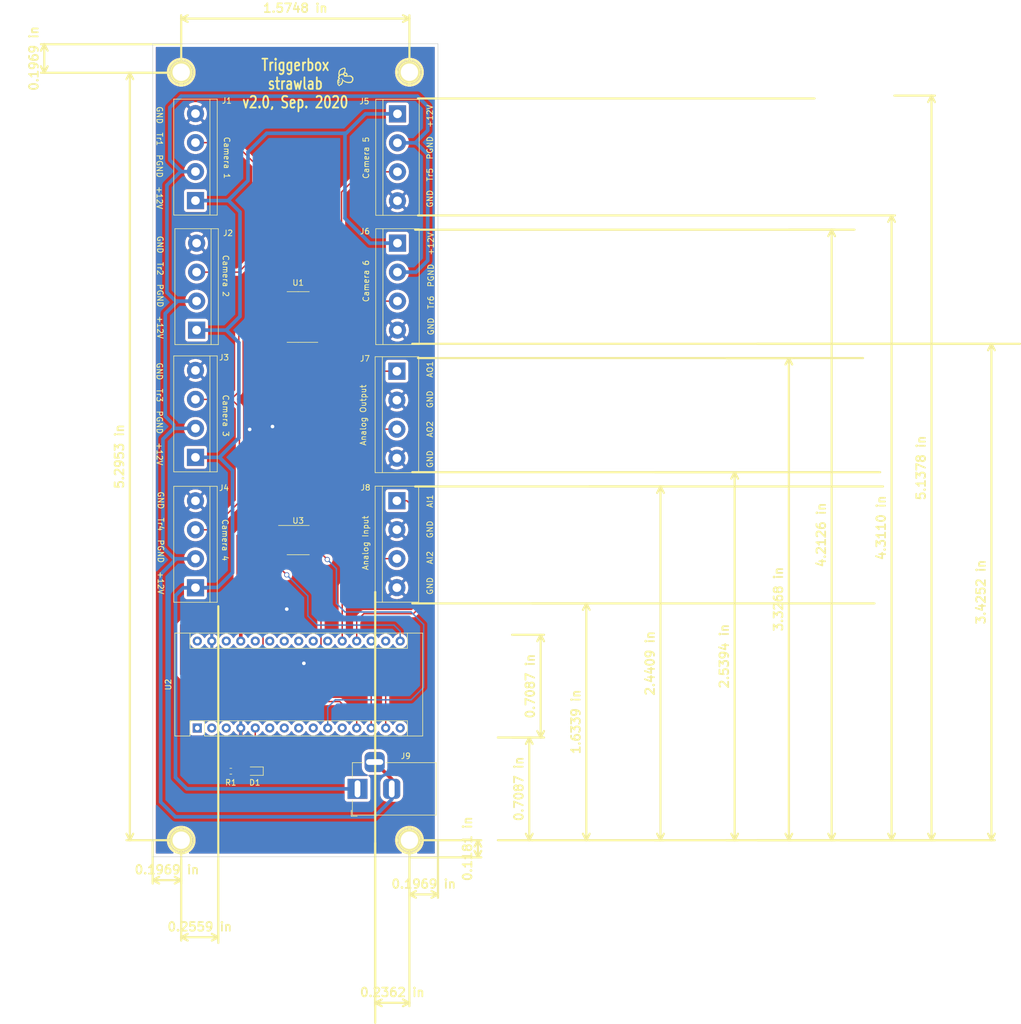
<source format=kicad_pcb>
(kicad_pcb (version 20171130) (host pcbnew "(5.1.4)-1")
  (title_block (date "2 dec 2013"))
  (layers (0 Front signal) (31 Back signal) (34 B.Paste user) (35 F.Paste user) (36 B.SilkS user) (37 F.SilkS user) (38 B.Mask user) (39 F.Mask user) (44 Edge.Cuts user))
  (net 0 "")
  (net 1 GND)
  (net 2 +12V)
  (net 3 GNDPWR)
  (net 4 Tr1)
  (net 5 Tr2)
  (net 6 Tr3)
  (net 7 Tr4)
  (net 8 AO1)
  (net 9 AO2)
  (net 10 AI2)
  (net 11 AI1)
  (net 12 Trig)
  (net 13 +5V)
  (net 14 "Net-(U2-Pad1)")
  (net 15 "Net-(U2-Pad17)")
  (net 16 "Net-(U2-Pad2)")
  (net 17 "Net-(U2-Pad18)")
  (net 18 "Net-(U2-Pad3)")
  (net 19 "Net-(D1-Pad1)")
  (net 20 "Net-(U2-Pad21)")
  (net 21 "Net-(U2-Pad6)")
  (net 22 "Net-(U2-Pad22)")
  (net 23 "Net-(U2-Pad7)")
  (net 24 "Net-(U2-Pad23)")
  (net 25 "Net-(U2-Pad8)")
  (net 26 "Net-(U2-Pad24)")
  (net 27 "Net-(U2-Pad9)")
  (net 28 "Net-(U2-Pad25)")
  (net 29 LDAC)
  (net 30 "Net-(U2-Pad26)")
  (net 31 "Net-(U2-Pad11)")
  (net 32 "Net-(U2-Pad28)")
  (net 33 CS)
  (net 34 SDI)
  (net 35 "Net-(U2-Pad30)")
  (net 36 "Net-(U2-Pad15)")
  (net 37 SCK)
  (net 38 "Net-(D1-Pad2)")
  (module Straw_lab:stawlab_logo1 (layer Front) (at 81 30)
    (fp_text reference G*** hide)
    (fp_text value LOGO hide)
  )
  (module Module:Arduino_Nano (layer Front) (at 54.82 144.34 90)
    (fp_text reference U2 (at 7.62 -5.08 90) (layer F.SilkS))
    (fp_text value ARDUINO_NANO)
    (pad 1 thru_hole rect (at 0 0 90) (size 1.6 1.6) (drill 0.8) (layers *.Cu *.Mask) (net 14 "Net-(U2-Pad1)"))
    (pad 17 thru_hole oval (at 15.24 33.02 90) (size 1.6 1.6) (drill 0.8) (layers *.Cu *.Mask) (net 15 "Net-(U2-Pad17)"))
    (pad 2 thru_hole oval (at 0 2.54 90) (size 1.6 1.6) (drill 0.8) (layers *.Cu *.Mask) (net 16 "Net-(U2-Pad2)"))
    (pad 18 thru_hole oval (at 15.24 30.48 90) (size 1.6 1.6) (drill 0.8) (layers *.Cu *.Mask) (net 17 "Net-(U2-Pad18)"))
    (pad 3 thru_hole oval (at 0 5.08 90) (size 1.6 1.6) (drill 0.8) (layers *.Cu *.Mask) (net 18 "Net-(U2-Pad3)"))
    (pad 19 thru_hole oval (at 15.24 27.94 90) (size 1.6 1.6) (drill 0.8) (layers *.Cu *.Mask) (net 11 AI1))
    (pad 4 thru_hole oval (at 0 7.62 90) (size 1.6 1.6) (drill 0.8) (layers *.Cu *.Mask) (net 1 GND))
    (pad 20 thru_hole oval (at 15.24 25.4 90) (size 1.6 1.6) (drill 0.8) (layers *.Cu *.Mask) (net 10 AI2))
    (pad 5 thru_hole oval (at 0 10.16 90) (size 1.6 1.6) (drill 0.8) (layers *.Cu *.Mask) (net 19 "Net-(D1-Pad1)"))
    (pad 21 thru_hole oval (at 15.24 22.86 90) (size 1.6 1.6) (drill 0.8) (layers *.Cu *.Mask) (net 20 "Net-(U2-Pad21)"))
    (pad 6 thru_hole oval (at 0 12.7 90) (size 1.6 1.6) (drill 0.8) (layers *.Cu *.Mask) (net 21 "Net-(U2-Pad6)"))
    (pad 22 thru_hole oval (at 15.24 20.32 90) (size 1.6 1.6) (drill 0.8) (layers *.Cu *.Mask) (net 22 "Net-(U2-Pad22)"))
    (pad 7 thru_hole oval (at 0 15.24 90) (size 1.6 1.6) (drill 0.8) (layers *.Cu *.Mask) (net 23 "Net-(U2-Pad7)"))
    (pad 23 thru_hole oval (at 15.24 17.78 90) (size 1.6 1.6) (drill 0.8) (layers *.Cu *.Mask) (net 24 "Net-(U2-Pad23)"))
    (pad 8 thru_hole oval (at 0 17.78 90) (size 1.6 1.6) (drill 0.8) (layers *.Cu *.Mask) (net 25 "Net-(U2-Pad8)"))
    (pad 24 thru_hole oval (at 15.24 15.24 90) (size 1.6 1.6) (drill 0.8) (layers *.Cu *.Mask) (net 26 "Net-(U2-Pad24)"))
    (pad 9 thru_hole oval (at 0 20.32 90) (size 1.6 1.6) (drill 0.8) (layers *.Cu *.Mask) (net 27 "Net-(U2-Pad9)"))
    (pad 25 thru_hole oval (at 15.24 12.7 90) (size 1.6 1.6) (drill 0.8) (layers *.Cu *.Mask) (net 28 "Net-(U2-Pad25)"))
    (pad 10 thru_hole oval (at 0 22.86 90) (size 1.6 1.6) (drill 0.8) (layers *.Cu *.Mask) (net 29 LDAC))
    (pad 26 thru_hole oval (at 15.24 10.16 90) (size 1.6 1.6) (drill 0.8) (layers *.Cu *.Mask) (net 30 "Net-(U2-Pad26)"))
    (pad 11 thru_hole oval (at 0 25.4 90) (size 1.6 1.6) (drill 0.8) (layers *.Cu *.Mask) (net 31 "Net-(U2-Pad11)"))
    (pad 27 thru_hole oval (at 15.24 7.62 90) (size 1.6 1.6) (drill 0.8) (layers *.Cu *.Mask) (net 13 +5V))
    (pad 12 thru_hole oval (at 0 27.94 90) (size 1.6 1.6) (drill 0.8) (layers *.Cu *.Mask) (net 12 Trig))
    (pad 28 thru_hole oval (at 15.24 5.08 90) (size 1.6 1.6) (drill 0.8) (layers *.Cu *.Mask) (net 32 "Net-(U2-Pad28)"))
    (pad 13 thru_hole oval (at 0 30.48 90) (size 1.6 1.6) (drill 0.8) (layers *.Cu *.Mask) (net 33 CS))
    (pad 29 thru_hole oval (at 15.24 2.54 90) (size 1.6 1.6) (drill 0.8) (layers *.Cu *.Mask) (net 1 GND))
    (pad 14 thru_hole oval (at 0 33.02 90) (size 1.6 1.6) (drill 0.8) (layers *.Cu *.Mask) (net 34 SDI))
    (pad 30 thru_hole oval (at 15.24 0 90) (size 1.6 1.6) (drill 0.8) (layers *.Cu *.Mask) (net 35 "Net-(U2-Pad30)"))
    (pad 15 thru_hole oval (at 0 35.56 90) (size 1.6 1.6) (drill 0.8) (layers *.Cu *.Mask) (net 36 "Net-(U2-Pad15)"))
    (pad 16 thru_hole oval (at 15.24 35.56 90) (size 1.6 1.6) (drill 0.8) (layers *.Cu *.Mask) (net 37 SCK))
  )
  (module TerminalBlock:TerminalBlock_bornier-4_P5.08mm (layer Front) (at 89.8 104.5 270)
    (fp_text reference J8 (at -2.3 5.5 180) (layer F.SilkS))
    (fp_text value Analog_In)
    (pad 4 thru_hole circle (at 15.24 0 270) (size 3 3) (drill 1.52) (layers *.Cu *.Mask) (net 1 GND))
    (pad 1 thru_hole rect (at 0 0 270) (size 3 3) (drill 1.52) (layers *.Cu *.Mask) (net 11 AI1))
    (pad 3 thru_hole circle (at 10.16 0 270) (size 3 3) (drill 1.52) (layers *.Cu *.Mask) (net 10 AI2))
    (pad 2 thru_hole circle (at 5.08 0 270) (size 3 3) (drill 1.52) (layers *.Cu *.Mask) (net 1 GND))
  )
  (module TerminalBlock:TerminalBlock_bornier-4_P5.08mm (layer Front) (at 89.8 81.8 270)
    (fp_text reference J7 (at -2.2 5.6 180) (layer F.SilkS))
    (fp_text value Analog_Out)
    (pad 4 thru_hole circle (at 15.24 0 270) (size 3 3) (drill 1.52) (layers *.Cu *.Mask) (net 1 GND))
    (pad 1 thru_hole rect (at 0 0 270) (size 3 3) (drill 1.52) (layers *.Cu *.Mask) (net 8 AO1))
    (pad 3 thru_hole circle (at 10.16 0 270) (size 3 3) (drill 1.52) (layers *.Cu *.Mask) (net 9 AO2))
    (pad 2 thru_hole circle (at 5.08 0 270) (size 3 3) (drill 1.52) (layers *.Cu *.Mask) (net 1 GND))
  )
  (module TerminalBlock:TerminalBlock_bornier-4_P5.08mm (layer Front) (at 89.9 59.36 270)
    (fp_text reference J6 (at -2.06 5.7 180) (layer F.SilkS))
    (fp_text value Trigger6)
    (pad 4 thru_hole circle (at 15.24 0 270) (size 3 3) (drill 1.52) (layers *.Cu *.Mask) (net 1 GND))
    (pad 1 thru_hole rect (at 0 0 270) (size 3 3) (drill 1.52) (layers *.Cu *.Mask) (net 2 +12V))
    (pad 3 thru_hole circle (at 10.16 0 270) (size 3 3) (drill 1.52) (layers *.Cu *.Mask) (net 7 Tr4))
    (pad 2 thru_hole circle (at 5.08 0 270) (size 3 3) (drill 1.52) (layers *.Cu *.Mask) (net 3 GNDPWR))
  )
  (module TerminalBlock:TerminalBlock_bornier-4_P5.08mm (layer Front) (at 89.9 36.7 270)
    (fp_text reference J5 (at -2.2 5.8 180) (layer F.SilkS))
    (fp_text value Trigger5)
    (pad 4 thru_hole circle (at 15.24 0 270) (size 3 3) (drill 1.52) (layers *.Cu *.Mask) (net 1 GND))
    (pad 1 thru_hole rect (at 0 0 270) (size 3 3) (drill 1.52) (layers *.Cu *.Mask) (net 2 +12V))
    (pad 3 thru_hole circle (at 10.16 0 270) (size 3 3) (drill 1.52) (layers *.Cu *.Mask) (net 6 Tr3))
    (pad 2 thru_hole circle (at 5.08 0 270) (size 3 3) (drill 1.52) (layers *.Cu *.Mask) (net 3 GNDPWR))
  )
  (module TerminalBlock:TerminalBlock_bornier-4_P5.08mm (layer Front) (at 54.5 51.9 90)
    (fp_text reference J1 (at 17.5 5.5 180) (layer F.SilkS))
    (fp_text value Trigger1)
    (pad 4 thru_hole circle (at 15.24 0 90) (size 3 3) (drill 1.52) (layers *.Cu *.Mask) (net 1 GND))
    (pad 1 thru_hole rect (at 0 0 90) (size 3 3) (drill 1.52) (layers *.Cu *.Mask) (net 2 +12V))
    (pad 3 thru_hole circle (at 10.16 0 90) (size 3 3) (drill 1.52) (layers *.Cu *.Mask) (net 4 Tr1))
    (pad 2 thru_hole circle (at 5.08 0 90) (size 3 3) (drill 1.52) (layers *.Cu *.Mask) (net 3 GNDPWR))
  )
  (module TerminalBlock:TerminalBlock_bornier-4_P5.08mm (layer Front) (at 54.7 74.6 90)
    (fp_text reference J2 (at 17 5.5 180) (layer F.SilkS))
    (fp_text value Trigger2)
    (pad 4 thru_hole circle (at 15.24 0 90) (size 3 3) (drill 1.52) (layers *.Cu *.Mask) (net 1 GND))
    (pad 1 thru_hole rect (at 0 0 90) (size 3 3) (drill 1.52) (layers *.Cu *.Mask) (net 2 +12V))
    (pad 3 thru_hole circle (at 10.16 0 90) (size 3 3) (drill 1.52) (layers *.Cu *.Mask) (net 4 Tr1))
    (pad 2 thru_hole circle (at 5.08 0 90) (size 3 3) (drill 1.52) (layers *.Cu *.Mask) (net 3 GNDPWR))
  )
  (module TerminalBlock:TerminalBlock_bornier-4_P5.08mm (layer Front) (at 54.5 96.9 90)
    (fp_text reference J3 (at 17.5 5 180) (layer F.SilkS))
    (fp_text value Trigger3)
    (pad 4 thru_hole circle (at 15.24 0 90) (size 3 3) (drill 1.52) (layers *.Cu *.Mask) (net 1 GND))
    (pad 1 thru_hole rect (at 0 0 90) (size 3 3) (drill 1.52) (layers *.Cu *.Mask) (net 2 +12V))
    (pad 3 thru_hole circle (at 10.16 0 90) (size 3 3) (drill 1.52) (layers *.Cu *.Mask) (net 5 Tr2))
    (pad 2 thru_hole circle (at 5.08 0 90) (size 3 3) (drill 1.52) (layers *.Cu *.Mask) (net 3 GNDPWR))
  )
  (module TerminalBlock:TerminalBlock_bornier-4_P5.08mm (layer Front) (at 54.5 119.76 90)
    (fp_text reference J4 (at 17.5 5 180) (layer F.SilkS))
    (fp_text value Trigger4)
    (pad 4 thru_hole circle (at 15.24 0 90) (size 3 3) (drill 1.52) (layers *.Cu *.Mask) (net 1 GND))
    (pad 1 thru_hole rect (at 0 0 90) (size 3 3) (drill 1.52) (layers *.Cu *.Mask) (net 2 +12V))
    (pad 3 thru_hole circle (at 10.16 0 90) (size 3 3) (drill 1.52) (layers *.Cu *.Mask) (net 5 Tr2))
    (pad 2 thru_hole circle (at 5.08 0 90) (size 3 3) (drill 1.52) (layers *.Cu *.Mask) (net 3 GNDPWR))
  )
  (module Package_SO:SOIC-8_3.9x4.9mm_P1.27mm (layer Front) (at 72.5 111.4)
    (fp_text reference U3 (at 0 -3.4) (layer F.SilkS))
    (fp_text value MCP4822)
    (pad 8 smd roundrect (at 2.475 -1.905) (size 1.95 0.6) (layers Front F.Paste F.Mask) (net 8 AO1))
    (pad 7 smd roundrect (at 2.475 -0.635) (size 1.95 0.6) (layers Front F.Paste F.Mask) (net 1 GND))
    (pad 6 smd roundrect (at 2.475 0.635) (size 1.95 0.6) (layers Front F.Paste F.Mask) (net 9 AO2))
    (pad 5 smd roundrect (at 2.475 1.905) (size 1.95 0.6) (layers Front F.Paste F.Mask) (net 29 LDAC))
    (pad 4 smd roundrect (at -2.475 1.905) (size 1.95 0.6) (layers Front F.Paste F.Mask) (net 34 SDI))
    (pad 3 smd roundrect (at -2.475 0.635) (size 1.95 0.6) (layers Front F.Paste F.Mask) (net 37 SCK))
    (pad 2 smd roundrect (at -2.475 -0.635) (size 1.95 0.6) (layers Front F.Paste F.Mask) (net 33 CS))
    (pad 1 smd roundrect (at -2.475 -1.905) (size 1.95 0.6) (layers Front F.Paste F.Mask) (net 13 +5V))
  )
  (module 1pin (layer Front) (at 92 164)
    (fp_text reference "1PIN 4" hide)
    (fp_text value 4 hide)
    (pad 1 thru_hole circle (at 0 0) (size 4.064 4.064) (drill 3.048) (layers *.Cu *.Mask F.SilkS))
  )
  (module 1pin (layer Front) (at 92 29.4)
    (fp_text reference "1PIN 2" hide)
    (fp_text value 2 hide)
    (pad 1 thru_hole circle (at 0 0) (size 4.064 4.064) (drill 3.048) (layers *.Cu *.Mask F.SilkS))
  )
  (module 1pin (layer Front) (at 52 29.4)
    (fp_text reference "1PIN 1" hide)
    (fp_text value 1 hide)
    (pad 1 thru_hole circle (at 0 0) (size 4.064 4.064) (drill 3.048) (layers *.Cu *.Mask F.SilkS))
  )
  (module 1pin (layer Front) (at 52 164)
    (fp_text reference "1PIN 3" hide)
    (fp_text value 3 hide)
    (pad 1 thru_hole circle (at 0 0) (size 4.064 4.064) (drill 3.048) (layers *.Cu *.Mask F.SilkS))
  )
  (module Package_SO:SOIC-14_3.9x8.7mm_P1.27mm (layer Front) (at 72.5 72.3 180)
    (fp_text reference U1 (at 0 6) (layer F.SilkS))
    (fp_text value SN74HC125)
    (pad 1 smd roundrect (at -2.475 -3.81 180) (size 1.95 0.6) (layers Front F.Paste F.Mask) (net 1 GND))
    (pad 2 smd roundrect (at -2.475 -2.54 180) (size 1.95 0.6) (layers Front F.Paste F.Mask) (net 12 Trig))
    (pad 3 smd roundrect (at -2.475 -1.27 180) (size 1.95 0.6) (layers Front F.Paste F.Mask) (net 7 Tr4))
    (pad 4 smd roundrect (at -2.475 0 180) (size 1.95 0.6) (layers Front F.Paste F.Mask) (net 1 GND))
    (pad 5 smd roundrect (at -2.475 1.27 180) (size 1.95 0.6) (layers Front F.Paste F.Mask) (net 12 Trig))
    (pad 6 smd roundrect (at -2.475 2.54 180) (size 1.95 0.6) (layers Front F.Paste F.Mask) (net 6 Tr3))
    (pad 7 smd roundrect (at -2.475 3.81 180) (size 1.95 0.6) (layers Front F.Paste F.Mask) (net 1 GND))
    (pad 8 smd roundrect (at 2.475 3.81 180) (size 1.95 0.6) (layers Front F.Paste F.Mask) (net 4 Tr1))
    (pad 9 smd roundrect (at 2.475 2.54 180) (size 1.95 0.6) (layers Front F.Paste F.Mask) (net 12 Trig))
    (pad 10 smd roundrect (at 2.475 1.27 180) (size 1.95 0.6) (layers Front F.Paste F.Mask) (net 1 GND))
    (pad 11 smd roundrect (at 2.475 0 180) (size 1.95 0.6) (layers Front F.Paste F.Mask) (net 5 Tr2))
    (pad 12 smd roundrect (at 2.475 -1.27 180) (size 1.95 0.6) (layers Front F.Paste F.Mask) (net 12 Trig))
    (pad 13 smd roundrect (at 2.475 -2.54 180) (size 1.95 0.6) (layers Front F.Paste F.Mask) (net 1 GND))
    (pad 14 smd roundrect (at 2.475 -3.81 180) (size 1.95 0.6) (layers Front F.Paste F.Mask) (net 13 +5V))
  )
  (module LED_SMD:LED_0603_1608Metric (layer Front) (at 64.8975 151.9 180)
    (fp_text reference D1 (at 0 -2) (layer F.SilkS))
    (fp_text value LED)
    (pad 1 smd roundrect (at -0.7875 0 180) (size 0.875 0.95) (layers Front F.Paste F.Mask) (net 19 "Net-(D1-Pad1)"))
    (pad 2 smd roundrect (at 0.7875 0 180) (size 0.875 0.95) (layers Front F.Paste F.Mask) (net 38 "Net-(D1-Pad2)"))
  )
  (module Resistor_SMD:R_0603_1608Metric_Pad1.05x0.95mm_HandSolder (layer Front) (at 60.695 151.9)
    (fp_text reference R1 (at 0 2) (layer F.SilkS))
    (fp_text value 220)
    (pad 1 smd roundrect (at -0.875 0) (size 1.05 0.95) (layers Front F.Paste F.Mask) (net 1 GND))
    (pad 2 smd roundrect (at 0.875 0) (size 1.05 0.95) (layers Front F.Paste F.Mask) (net 38 "Net-(D1-Pad2)"))
  )
  (module Connector_BarrelJack:BarrelJack_Horizontal (layer Front) (at 82.9 155 180)
    (fp_text reference J9 (at -8.45 5.75) (layer F.SilkS))
    (fp_text value CamPW)
    (pad 1 thru_hole rect (at 0 0 180) (size 3.5 3.5) (drill oval 1 3) (layers *.Cu *.Mask) (net 2 +12V))
    (pad 2 thru_hole roundrect (at -6 0 180) (size 3 3.5) (drill oval 1 3) (layers *.Cu *.Mask) (net 3 GNDPWR))
    (pad 3 thru_hole roundrect (at -3 4.7 180) (size 3.5 3.5) (drill oval 3 1) (layers *.Cu *.Mask) (net 3 GNDPWR))
  )
  (dimension 6 (width 0.381) (layer F.SilkS) (gr_text "6.000 mm" (at 89 194.7098) (layer F.SilkS) (effects (font (size 1.524 1.524) (thickness 0.3048)))) (feature1 (pts (xy 86 164.5) (xy 86 193.086421))) (feature2 (pts (xy 92 164.5) (xy 92 193.086421))) (crossbar (pts (xy 92 192.5) (xy 86 192.5))) (arrow1a (pts (xy 86 192.5) (xy 87.126504 191.913579))) (arrow1b (pts (xy 86 192.5) (xy 87.126504 193.086421))) (arrow2a (pts (xy 92 192.5) (xy 90.873496 191.913579))) (arrow2b (pts (xy 92 192.5) (xy 90.873496 193.086421))))
  (dimension 6.5 (width 0.381) (layer F.SilkS) (gr_text "6.500 mm" (at 55.25 183.2098) (layer F.SilkS) (effects (font (size 1.524 1.524) (thickness 0.3048)))) (feature1 (pts (xy 52 167.5) (xy 52 181.586421))) (feature2 (pts (xy 58.5 167.5) (xy 58.5 181.586421))) (crossbar (pts (xy 58.5 181) (xy 52 181))) (arrow1a (pts (xy 52 181) (xy 53.126504 180.413579))) (arrow1b (pts (xy 52 181) (xy 53.126504 181.586421))) (arrow2a (pts (xy 58.5 181) (xy 57.373496 180.413579))) (arrow2b (pts (xy 58.5 181) (xy 57.373496 181.586421))))
  (gr_line (start 58.5 123) (end 58.5 182) (layer F.SilkS) (width 0.381))
  (gr_line (start 86 120.5) (end 86 196) (layer F.SilkS) (width 0.381))
  (dimension 87 (width 0.381) (layer F.SilkS) (gr_text "87.000 mm" (at 196.2098 120.5 270) (layer F.SilkS) (effects (font (size 1.524 1.524) (thickness 0.3048)))) (feature1 (pts (xy 153 164) (xy 194.586421 164))) (feature2 (pts (xy 153 77) (xy 194.586421 77))) (crossbar (pts (xy 194 77) (xy 194 164))) (arrow1a (pts (xy 194 164) (xy 193.413579 162.873496))) (arrow1b (pts (xy 194 164) (xy 194.586421 162.873496))) (arrow2a (pts (xy 194 77) (xy 193.413579 78.126504))) (arrow2b (pts (xy 194 77) (xy 194.586421 78.126504))))
  (gr_line (start 92.5 77) (end 199 77) (layer F.SilkS) (width 0.381))
  (dimension 130.5 (width 0.381) (layer F.SilkS) (gr_text "130.500 mm" (at 185.7098 98.75 270) (layer F.SilkS) (effects (font (size 1.524 1.524) (thickness 0.3048)))) (feature1 (pts (xy 177 164) (xy 184.086421 164))) (feature2 (pts (xy 177 33.5) (xy 184.086421 33.5))) (crossbar (pts (xy 183.5 33.5) (xy 183.5 164))) (arrow1a (pts (xy 183.5 164) (xy 182.913579 162.873496))) (arrow1b (pts (xy 183.5 164) (xy 184.086421 162.873496))) (arrow2a (pts (xy 183.5 33.5) (xy 182.913579 34.626504))) (arrow2b (pts (xy 183.5 33.5) (xy 184.086421 34.626504))))
  (dimension 109.5 (width 0.381) (layer F.SilkS) (gr_text "109.500 mm" (at 178.7098 109.25 270) (layer F.SilkS) (effects (font (size 1.524 1.524) (thickness 0.3048)))) (feature1 (pts (xy 167.5 164) (xy 177.086421 164))) (feature2 (pts (xy 167.5 54.5) (xy 177.086421 54.5))) (crossbar (pts (xy 176.5 54.5) (xy 176.5 164))) (arrow1a (pts (xy 176.5 164) (xy 175.913579 162.873496))) (arrow1b (pts (xy 176.5 164) (xy 177.086421 162.873496))) (arrow2a (pts (xy 176.5 54.5) (xy 175.913579 55.626504))) (arrow2b (pts (xy 176.5 54.5) (xy 177.086421 55.626504))))
  (dimension 107 (width 0.381) (layer F.SilkS) (gr_text "107.000 mm" (at 168.2098 110.5 90) (layer F.SilkS) (effects (font (size 1.524 1.524) (thickness 0.3048)))) (feature1 (pts (xy 158.5 57) (xy 166.586421 57))) (feature2 (pts (xy 158.5 164) (xy 166.586421 164))) (crossbar (pts (xy 166 164) (xy 166 57))) (arrow1a (pts (xy 166 57) (xy 166.586421 58.126504))) (arrow1b (pts (xy 166 57) (xy 165.413579 58.126504))) (arrow2a (pts (xy 166 164) (xy 166.586421 162.873496))) (arrow2b (pts (xy 166 164) (xy 165.413579 162.873496))))
  (dimension 84.5 (width 0.381) (layer F.SilkS) (gr_text "84.500 mm" (at 160.7098 121.75 90) (layer F.SilkS) (effects (font (size 1.524 1.524) (thickness 0.3048)))) (feature1 (pts (xy 147.5 79.5) (xy 159.086421 79.5))) (feature2 (pts (xy 147.5 164) (xy 159.086421 164))) (crossbar (pts (xy 158.5 164) (xy 158.5 79.5))) (arrow1a (pts (xy 158.5 79.5) (xy 159.086421 80.626504))) (arrow1b (pts (xy 158.5 79.5) (xy 157.913579 80.626504))) (arrow2a (pts (xy 158.5 164) (xy 159.086421 162.873496))) (arrow2b (pts (xy 158.5 164) (xy 157.913579 162.873496))))
  (dimension 64.5 (width 0.381) (layer F.SilkS) (gr_text "64.500 mm" (at 151.2098 131.75 90) (layer F.SilkS) (effects (font (size 1.524 1.524) (thickness 0.3048)))) (feature1 (pts (xy 135 99.5) (xy 149.586421 99.5))) (feature2 (pts (xy 135 164) (xy 149.586421 164))) (crossbar (pts (xy 149 164) (xy 149 99.5))) (arrow1a (pts (xy 149 99.5) (xy 149.586421 100.626504))) (arrow1b (pts (xy 149 99.5) (xy 148.413579 100.626504))) (arrow2a (pts (xy 149 164) (xy 149.586421 162.873496))) (arrow2b (pts (xy 149 164) (xy 148.413579 162.873496))))
  (dimension 62 (width 0.381) (layer F.SilkS) (gr_text "62.000 mm" (at 138.2098 133 90) (layer F.SilkS) (effects (font (size 1.524 1.524) (thickness 0.3048)))) (feature1 (pts (xy 123.5 102) (xy 136.586421 102))) (feature2 (pts (xy 123.5 164) (xy 136.586421 164))) (crossbar (pts (xy 136 164) (xy 136 102))) (arrow1a (pts (xy 136 102) (xy 136.586421 103.126504))) (arrow1b (pts (xy 136 102) (xy 135.413579 103.126504))) (arrow2a (pts (xy 136 164) (xy 136.586421 162.873496))) (arrow2b (pts (xy 136 164) (xy 135.413579 162.873496))))
  (gr_line (start 93.5 34) (end 163 34) (layer F.SilkS) (width 0.381))
  (gr_line (start 93.5 54.5) (end 167.5 54.5) (layer F.SilkS) (width 0.381))
  (gr_line (start 93 57) (end 170 57) (layer F.SilkS) (width 0.381))
  (gr_line (start 93.5 79.5) (end 171.5 79.5) (layer F.SilkS) (width 0.381))
  (gr_line (start 92.5 122.5) (end 173.5 122.5) (layer F.SilkS) (width 0.381))
  (gr_line (start 93 102) (end 175 102) (layer F.SilkS) (width 0.381))
  (gr_line (start 92.5 99.5) (end 174.5 99.5) (layer F.SilkS) (width 0.381))
  (dimension 41.5 (width 0.381) (layer F.SilkS) (gr_text "41.500 mm" (at 125.2098 143.25 90) (layer F.SilkS) (effects (font (size 1.524 1.524) (thickness 0.3048)))) (feature1 (pts (xy 113.5 122.5) (xy 123.586421 122.5))) (feature2 (pts (xy 113.5 164) (xy 123.586421 164))) (crossbar (pts (xy 123 164) (xy 123 122.5))) (arrow1a (pts (xy 123 122.5) (xy 123.586421 123.626504))) (arrow1b (pts (xy 123 122.5) (xy 122.413579 123.626504))) (arrow2a (pts (xy 123 164) (xy 123.586421 162.873496))) (arrow2b (pts (xy 123 164) (xy 122.413579 162.873496))))
  (dimension 18 (width 0.381) (layer F.SilkS) (gr_text "18.000 mm" (at 117.2098 137 90) (layer F.SilkS) (effects (font (size 1.524 1.524) (thickness 0.3048)))) (feature1 (pts (xy 110 128) (xy 115.586421 128))) (feature2 (pts (xy 110 146) (xy 115.586421 146))) (crossbar (pts (xy 115 146) (xy 115 128))) (arrow1a (pts (xy 115 128) (xy 115.586421 129.126504))) (arrow1b (pts (xy 115 128) (xy 114.413579 129.126504))) (arrow2a (pts (xy 115 146) (xy 115.586421 144.873496))) (arrow2b (pts (xy 115 146) (xy 114.413579 144.873496))))
  (dimension 18 (width 0.381) (layer F.SilkS) (gr_text "18.000 mm" (at 115.2098 155 90) (layer F.SilkS) (effects (font (size 1.524 1.524) (thickness 0.3048)))) (feature1 (pts (xy 107.5 146) (xy 113.586421 146))) (feature2 (pts (xy 107.5 164) (xy 113.586421 164))) (crossbar (pts (xy 113 164) (xy 113 146))) (arrow1a (pts (xy 113 146) (xy 113.586421 147.126504))) (arrow1b (pts (xy 113 146) (xy 112.413579 147.126504))) (arrow2a (pts (xy 113 164) (xy 113.586421 162.873496))) (arrow2b (pts (xy 113 164) (xy 112.413579 162.873496))))
  (dimension 134.5 (width 0.381) (layer F.SilkS) (gr_text "134.500 mm" (at 40.7902 96.75 270) (layer F.SilkS) (effects (font (size 1.524 1.524) (thickness 0.3048)))) (feature1 (pts (xy 52 164) (xy 42.413579 164))) (feature2 (pts (xy 52 29.5) (xy 42.413579 29.5))) (crossbar (pts (xy 43 29.5) (xy 43 164))) (arrow1a (pts (xy 43 164) (xy 42.413579 162.873496))) (arrow1b (pts (xy 43 164) (xy 43.586421 162.873496))) (arrow2a (pts (xy 43 29.5) (xy 42.413579 30.626504))) (arrow2b (pts (xy 43 29.5) (xy 43.586421 30.626504))))
  (dimension 5 (width 0.381) (layer F.SilkS) (gr_text "5.000 mm" (at 25.7902 27 90) (layer F.SilkS) (effects (font (size 1.524 1.524) (thickness 0.3048)))) (feature1 (pts (xy 52 24.5) (xy 27.413579 24.5))) (feature2 (pts (xy 52 29.5) (xy 27.413579 29.5))) (crossbar (pts (xy 28 29.5) (xy 28 24.5))) (arrow1a (pts (xy 28 24.5) (xy 28.586421 25.626504))) (arrow1b (pts (xy 28 24.5) (xy 27.413579 25.626504))) (arrow2a (pts (xy 28 29.5) (xy 28.586421 28.373496))) (arrow2b (pts (xy 28 29.5) (xy 27.413579 28.373496))))
  (dimension 5 (width 0.381) (layer F.SilkS) (gr_text "5.000 mm" (at 49.5 173.2098) (layer F.SilkS) (effects (font (size 1.524 1.524) (thickness 0.3048)))) (feature1 (pts (xy 52 164) (xy 52 171.586421))) (feature2 (pts (xy 47 164) (xy 47 171.586421))) (crossbar (pts (xy 47 171) (xy 52 171))) (arrow1a (pts (xy 52 171) (xy 50.873496 171.586421))) (arrow1b (pts (xy 52 171) (xy 50.873496 170.413579))) (arrow2a (pts (xy 47 171) (xy 48.126504 171.586421))) (arrow2b (pts (xy 47 171) (xy 48.126504 170.413579))))
  (dimension 5 (width 0.381) (layer F.SilkS) (gr_text "5.000 mm" (at 94.5 175.7098) (layer F.SilkS) (effects (font (size 1.524 1.524) (thickness 0.3048)))) (feature1 (pts (xy 97 164) (xy 97 174.086421))) (feature2 (pts (xy 92 164) (xy 92 174.086421))) (crossbar (pts (xy 92 173.5) (xy 97 173.5))) (arrow1a (pts (xy 97 173.5) (xy 95.873496 174.086421))) (arrow1b (pts (xy 97 173.5) (xy 95.873496 172.913579))) (arrow2a (pts (xy 92 173.5) (xy 93.126504 174.086421))) (arrow2b (pts (xy 92 173.5) (xy 93.126504 172.913579))))
  (dimension 3 (width 0.381) (layer F.SilkS) (gr_text "3.000 mm" (at 106.2098 165.5 270) (layer F.SilkS) (effects (font (size 1.524 1.524) (thickness 0.3048)))) (feature1 (pts (xy 92 167) (xy 104.586421 167))) (feature2 (pts (xy 92 164) (xy 104.586421 164))) (crossbar (pts (xy 104 164) (xy 104 167))) (arrow1a (pts (xy 104 167) (xy 103.413579 165.873496))) (arrow1b (pts (xy 104 167) (xy 104.586421 165.873496))) (arrow2a (pts (xy 104 164) (xy 103.413579 165.126504))) (arrow2b (pts (xy 104 164) (xy 104.586421 165.126504))))
  (dimension 40 (width 0.381) (layer F.SilkS) (gr_text "40.000 mm" (at 72 17.7902) (layer F.SilkS) (effects (font (size 1.524 1.524) (thickness 0.3048)))) (feature1 (pts (xy 52 29.4) (xy 52 19.413579))) (feature2 (pts (xy 92 29.4) (xy 92 19.413579))) (crossbar (pts (xy 92 20) (xy 52 20))) (arrow1a (pts (xy 52 20) (xy 53.126504 19.413579))) (arrow1b (pts (xy 52 20) (xy 53.126504 20.586421))) (arrow2a (pts (xy 92 20) (xy 90.873496 19.413579))) (arrow2b (pts (xy 92 20) (xy 90.873496 20.586421))))
  (gr_text "Camera 4" (at 59.7 111.4 270) (layer F.SilkS) (effects (font (size 1 1))))
  (gr_text "Camera 3" (at 59.8 89.6 270) (layer F.SilkS) (effects (font (size 1 1))))
  (gr_text "Camera 2" (at 59.8 65.1 270) (layer F.SilkS) (effects (font (size 1 1))))
  (gr_text "GND  Tr4  PGND  +12V" (at 48.4 111.9 270) (layer F.SilkS) (effects (font (size 1 1))))
  (gr_text "GND  Tr3  PGND  +12V" (at 48.2 89.3 270) (layer F.SilkS) (effects (font (size 1 1))))
  (gr_text "GND  Tr2  PGND  +12V" (at 48.3 67.1 270) (layer F.SilkS) (effects (font (size 1 1))))
  (gr_text "Camera 6" (at 84.4 66 90) (layer F.SilkS) (effects (font (size 1 1))))
  (gr_text "GND  Tr6  PGND  +12V" (at 95.76 66.48 90) (layer F.SilkS) (effects (font (size 1 1))))
  (gr_text "Camera 5" (at 84.4 44.4 90) (layer F.SilkS) (effects (font (size 1 1))))
  (gr_text "Camera 1" (at 60 44.4 270) (layer F.SilkS) (effects (font (size 1 1))))
  (gr_text "Analog Input" (at 84.3 111.9 90) (layer F.SilkS) (effects (font (size 1 1))))
  (gr_text "Analog Output" (at 83.9 89.5 90) (layer F.SilkS) (effects (font (size 1 1))))
  (gr_text "GND  Tr5  PGND  +12V" (at 95.6 44.1 90) (layer F.SilkS) (effects (font (size 1 1))))
  (gr_text "GND   AI2   GND   AI1" (at 95.6 112.2 90) (layer F.SilkS) (effects (font (size 1 1))))
  (gr_text "GND   AO2   GND   AO1" (at 95.6 89.4 90) (layer F.SilkS) (effects (font (size 1 1))))
  (gr_text "GND  Tr1  PGND  +12V" (at 48.2 44.4 270) (layer F.SilkS) (effects (font (size 1 1))))
  (gr_line (start 47 24.4) (end 47 166.9) (layer Edge.Cuts) (width 0.1))
  (gr_line (start 97 24.4) (end 47 24.4) (layer Edge.Cuts) (width 0.1))
  (gr_line (start 97 166.9) (end 97 24.4) (layer Edge.Cuts) (width 0.1))
  (gr_line (start 47 166.9) (end 97 166.9) (layer Edge.Cuts) (width 0.1))
  (gr_text "Triggerbox\nstrawlab\nv2.0, Sep. 2020" (at 72 31.4) (layer F.SilkS) (effects (font (size 2.032 1.524) (thickness 0.3048))))
  (segment (start 59.82 151.9) (end 59.82 150.28) (width 0.635) (layer Front) (net 1))
  (segment (start 62.44 147.66) (end 62.44 144.34) (width 0.635) (layer Front) (net 1))
  (segment (start 59.82 150.28) (end 62.44 147.66) (width 0.635) (layer Front) (net 1))
  (via (at 70.5 123.5) (size 0.889) (drill 0.635) (layers Front Back) (net 1))
  (via (at 73.5 133) (size 0.889) (drill 0.635) (layers Front Back) (net 1))
  (via (at 68 91.5) (size 0.889) (drill 0.635) (layers Front Back) (net 1))
  (via (at 64 92) (size 0.889) (drill 0.635) (layers Front Back) (net 1))
  (segment (start 52.365 119.76) (end 54.5 119.76) (width 0.635) (layer Back) (net 2))
  (segment (start 51 121.125) (end 52.365 119.76) (width 0.635) (layer Back) (net 2))
  (segment (start 51 153) (end 51 121.125) (width 0.635) (layer Back) (net 2))
  (segment (start 53 155) (end 51 153) (width 0.635) (layer Back) (net 2))
  (segment (start 82.9 155) (end 53 155) (width 0.635) (layer Back) (net 2))
  (segment (start 56.635 119.76) (end 56.695 119.7) (width 0.635) (layer Back) (net 2))
  (segment (start 54.5 119.76) (end 56.635 119.76) (width 0.635) (layer Back) (net 2))
  (segment (start 56.695 119.7) (end 58.4 119.7) (width 0.635) (layer Back) (net 2))
  (segment (start 58.4 119.7) (end 61 117.1) (width 0.635) (layer Back) (net 2))
  (segment (start 61 117.1) (end 61 99.2) (width 0.635) (layer Back) (net 2))
  (segment (start 58.7 96.9) (end 54.5 96.9) (width 0.635) (layer Back) (net 2))
  (segment (start 61 99.2) (end 58.7 96.9) (width 0.635) (layer Back) (net 2))
  (segment (start 59.9 74.6) (end 54.7 74.6) (width 0.635) (layer Back) (net 2))
  (segment (start 62.1 76.8) (end 59.9 74.6) (width 0.635) (layer Back) (net 2))
  (segment (start 58.7 96.9) (end 62.1 93.5) (width 0.635) (layer Back) (net 2))
  (segment (start 62.1 93.5) (end 62.1 76.8) (width 0.635) (layer Back) (net 2))
  (segment (start 60.3 51.9) (end 54.5 51.9) (width 0.635) (layer Back) (net 2))
  (segment (start 62.3 53.9) (end 60.3 51.9) (width 0.635) (layer Back) (net 2))
  (segment (start 59.9 74.6) (end 62.3 72.2) (width 0.635) (layer Back) (net 2))
  (segment (start 62.3 72.2) (end 62.3 53.9) (width 0.635) (layer Back) (net 2))
  (segment (start 89.9 59.36) (end 85.06 59.36) (width 0.635) (layer Back) (net 2))
  (segment (start 85.06 59.36) (end 80.7 55) (width 0.635) (layer Back) (net 2))
  (segment (start 80.9 40.1) (end 84.3 36.7) (width 0.635) (layer Back) (net 2))
  (segment (start 80.7 40.1) (end 80.9 40.1) (width 0.635) (layer Back) (net 2))
  (segment (start 84.3 36.7) (end 89.9 36.7) (width 0.635) (layer Back) (net 2))
  (segment (start 80.7 55) (end 80.7 40.1) (width 0.635) (layer Back) (net 2))
  (segment (start 60.3 51.9) (end 60.3 51.8) (width 0.635) (layer Back) (net 2))
  (segment (start 60.3 51.8) (end 63.7 48.4) (width 0.635) (layer Back) (net 2))
  (segment (start 67 40.1) (end 63.7 43.4) (width 0.635) (layer Back) (net 2))
  (segment (start 80.7 40.1) (end 67 40.1) (width 0.635) (layer Back) (net 2))
  (segment (start 63.7 48.4) (end 63.7 43.4) (width 0.635) (layer Back) (net 2))
  (segment (start 88.9 153.3) (end 85.9 150.3) (width 0.635) (layer Front) (net 3))
  (segment (start 88.9 155) (end 88.9 153.3) (width 0.635) (layer Front) (net 3))
  (segment (start 88.9 156.85) (end 88.9 155) (width 0.635) (layer Back) (net 3))
  (segment (start 54.5 114.68) (end 51.12 114.68) (width 0.635) (layer Back) (net 3))
  (segment (start 48.4 117.4) (end 48.4 157.3) (width 0.635) (layer Back) (net 3))
  (segment (start 48.4 157.3) (end 51 159.9) (width 0.635) (layer Back) (net 3))
  (segment (start 51.12 114.68) (end 48.4 117.4) (width 0.635) (layer Back) (net 3))
  (segment (start 51 159.9) (end 85.85 159.9) (width 0.635) (layer Back) (net 3))
  (segment (start 85.85 159.9) (end 88.9 156.85) (width 0.635) (layer Back) (net 3))
  (segment (start 51.12 114.68) (end 50.78 114.68) (width 0.635) (layer Back) (net 3))
  (segment (start 50.78 114.68) (end 48.8 112.7) (width 0.635) (layer Back) (net 3))
  (segment (start 48.8 112.7) (end 48.8 93.7) (width 0.635) (layer Back) (net 3))
  (segment (start 48.8 93.7) (end 50.7 91.8) (width 0.635) (layer Back) (net 3))
  (segment (start 50.72 91.82) (end 54.5 91.82) (width 0.635) (layer Back) (net 3))
  (segment (start 50.7 91.8) (end 50.72 91.82) (width 0.635) (layer Back) (net 3))
  (segment (start 50.7 91.2) (end 50.7 91.8) (width 0.635) (layer Back) (net 3))
  (segment (start 49.2 89.7) (end 50.7 91.2) (width 0.635) (layer Back) (net 3))
  (segment (start 49.2 71.7) (end 49.2 89.7) (width 0.635) (layer Back) (net 3))
  (segment (start 51.38 69.52) (end 49.2 71.7) (width 0.635) (layer Back) (net 3))
  (segment (start 54.7 69.52) (end 51.38 69.52) (width 0.635) (layer Back) (net 3))
  (segment (start 51.02 69.52) (end 51.38 69.52) (width 0.635) (layer Back) (net 3))
  (segment (start 49.5 68) (end 51.02 69.52) (width 0.635) (layer Back) (net 3))
  (segment (start 49.5 49.2) (end 49.5 68) (width 0.635) (layer Back) (net 3))
  (segment (start 54.5 46.82) (end 51.88 46.82) (width 0.635) (layer Back) (net 3))
  (segment (start 51.88 46.82) (end 49.5 49.2) (width 0.635) (layer Back) (net 3))
  (segment (start 51.88 46.82) (end 51.88 46.68) (width 0.635) (layer Back) (net 3))
  (segment (start 51.88 46.68) (end 50 44.8) (width 0.635) (layer Back) (net 3))
  (segment (start 50 44.8) (end 50 35.6) (width 0.635) (layer Back) (net 3))
  (segment (start 50 35.6) (end 52 33.6) (width 0.635) (layer Back) (net 3))
  (segment (start 52 33.6) (end 93.4 33.6) (width 0.635) (layer Back) (net 3))
  (segment (start 93.4 33.6) (end 95.2 35.4) (width 0.635) (layer Back) (net 3))
  (segment (start 95.2 35.4) (end 95.2 39.6) (width 0.635) (layer Back) (net 3))
  (segment (start 95.2 39.6) (end 93 41.8) (width 0.635) (layer Back) (net 3))
  (segment (start 92.98 41.78) (end 89.9 41.78) (width 0.635) (layer Back) (net 3))
  (segment (start 93 41.8) (end 92.98 41.78) (width 0.635) (layer Back) (net 3))
  (segment (start 93.2 41.8) (end 93 41.8) (width 0.635) (layer Back) (net 3))
  (segment (start 95.2 43.8) (end 93.2 41.8) (width 0.635) (layer Back) (net 3))
  (segment (start 95.2 62.4) (end 95.2 43.8) (width 0.635) (layer Back) (net 3))
  (segment (start 93.16 64.44) (end 95.2 62.4) (width 0.635) (layer Back) (net 3))
  (segment (start 89.9 64.44) (end 93.16 64.44) (width 0.635) (layer Back) (net 3))
  (segment (start 61.24 41.74) (end 54.5 41.74) (width 0.25) (layer Front) (net 4))
  (segment (start 65.1 45.6) (end 61.24 41.74) (width 0.25) (layer Front) (net 4))
  (segment (start 65.1 61.4) (end 65.1 45.6) (width 0.25) (layer Front) (net 4))
  (segment (start 62.06 64.44) (end 65.1 61.4) (width 0.25) (layer Front) (net 4))
  (segment (start 54.7 64.44) (end 62.06 64.44) (width 0.25) (layer Front) (net 4))
  (segment (start 67.99 68.49) (end 70.025 68.49) (width 0.25) (layer Front) (net 4))
  (segment (start 66.8 67.3) (end 67.99 68.49) (width 0.25) (layer Front) (net 4))
  (segment (start 65.1 61.4) (end 66.8 63.1) (width 0.25) (layer Front) (net 4))
  (segment (start 66.8 63.1) (end 66.8 67.3) (width 0.25) (layer Front) (net 4))
  (segment (start 54.5 86.74) (end 60.84 86.74) (width 0.25) (layer Front) (net 5))
  (segment (start 60.84 86.74) (end 60.84 86.66) (width 0.25) (layer Front) (net 5))
  (segment (start 60.84 86.66) (end 62.1 85.4) (width 0.25) (layer Front) (net 5))
  (segment (start 62.1 85.4) (end 62.1 74.8) (width 0.25) (layer Front) (net 5))
  (segment (start 64.6 72.3) (end 70.025 72.3) (width 0.25) (layer Front) (net 5))
  (segment (start 62.1 74.8) (end 64.6 72.3) (width 0.25) (layer Front) (net 5))
  (segment (start 61.95 87.85) (end 60.84 86.74) (width 0.25) (layer Front) (net 5))
  (segment (start 62.2 88.1) (end 61.95 87.85) (width 0.25) (layer Front) (net 5))
  (segment (start 62.2 104.7) (end 62.2 88.1) (width 0.25) (layer Front) (net 5))
  (segment (start 57.3 109.6) (end 62.2 104.7) (width 0.25) (layer Front) (net 5))
  (segment (start 54.5 109.6) (end 57.3 109.6) (width 0.25) (layer Front) (net 5))
  (segment (start 87.77868 46.86) (end 87.71868 46.8) (width 0.25) (layer Front) (net 6))
  (segment (start 89.9 46.86) (end 87.77868 46.86) (width 0.25) (layer Front) (net 6))
  (segment (start 87.71868 46.8) (end 83.7 46.8) (width 0.25) (layer Front) (net 6))
  (segment (start 83.7 46.8) (end 80.1 50.4) (width 0.25) (layer Front) (net 6))
  (segment (start 80.1 50.4) (end 80.1 67.9) (width 0.25) (layer Front) (net 6))
  (segment (start 78.24 69.76) (end 74.975 69.76) (width 0.25) (layer Front) (net 6))
  (segment (start 80.1 67.9) (end 78.24 69.76) (width 0.25) (layer Front) (net 6))
  (segment (start 89.9 69.52) (end 85.58 69.52) (width 0.25) (layer Front) (net 7))
  (segment (start 81.53 73.57) (end 74.975 73.57) (width 0.25) (layer Front) (net 7))
  (segment (start 85.58 69.52) (end 81.53 73.57) (width 0.25) (layer Front) (net 7))
  (segment (start 81.2 81.8) (end 89.8 81.8) (width 0.25) (layer Front) (net 8))
  (segment (start 78.7 84.3) (end 81.2 81.8) (width 0.25) (layer Front) (net 8))
  (segment (start 78.7 107.9) (end 78.7 84.3) (width 0.25) (layer Front) (net 8))
  (segment (start 77.105 109.495) (end 78.7 107.9) (width 0.25) (layer Front) (net 8))
  (segment (start 74.975 109.495) (end 77.105 109.495) (width 0.25) (layer Front) (net 8))
  (segment (start 74.975 112.035) (end 80.265 112.035) (width 0.25) (layer Front) (net 9))
  (segment (start 80.265 112.035) (end 83.2 109.1) (width 0.25) (layer Front) (net 9))
  (segment (start 83.2 109.1) (end 83.2 94.5) (width 0.25) (layer Front) (net 9))
  (segment (start 87.66868 91.95) (end 85.75 91.95) (width 0.25) (layer Front) (net 9))
  (segment (start 87.67868 91.96) (end 87.66868 91.95) (width 0.25) (layer Front) (net 9))
  (segment (start 89.8 91.96) (end 87.67868 91.96) (width 0.25) (layer Front) (net 9))
  (segment (start 83.2 94.5) (end 85.75 91.95) (width 0.25) (layer Front) (net 9))
  (segment (start 85.04 114.66) (end 89.8 114.66) (width 0.25) (layer Front) (net 10))
  (segment (start 80.22 119.48) (end 85.04 114.66) (width 0.25) (layer Front) (net 10))
  (segment (start 80.22 129.1) (end 80.22 119.48) (width 0.25) (layer Front) (net 10))
  (segment (start 91.55 104.5) (end 94.7 107.65) (width 0.25) (layer Front) (net 11))
  (segment (start 89.8 104.5) (end 91.55 104.5) (width 0.25) (layer Front) (net 11))
  (segment (start 94.7 107.65) (end 94.7 122.3) (width 0.25) (layer Front) (net 11))
  (segment (start 94.7 122.3) (end 92.7 124.3) (width 0.25) (layer Front) (net 11))
  (segment (start 92.7 124.3) (end 84 124.3) (width 0.25) (layer Front) (net 11))
  (segment (start 82.76 125.54) (end 82.76 129.1) (width 0.25) (layer Front) (net 11))
  (segment (start 84 124.3) (end 82.76 125.54) (width 0.25) (layer Front) (net 11))
  (segment (start 72.73 71.03) (end 74.975 71.03) (width 0.25) (layer Front) (net 12))
  (segment (start 70.025 69.76) (end 71.46 69.76) (width 0.25) (layer Front) (net 12))
  (segment (start 71.46 69.76) (end 72.73 71.03) (width 0.25) (layer Front) (net 12))
  (segment (start 70.025 73.57) (end 71.73 73.57) (width 0.25) (layer Front) (net 12))
  (segment (start 72.73 72.57) (end 72.73 71.03) (width 0.25) (layer Front) (net 12))
  (segment (start 74.975 74.84) (end 73.54 74.84) (width 0.25) (layer Front) (net 12))
  (segment (start 72.27 73.57) (end 71.73 73.57) (width 0.25) (layer Front) (net 12))
  (segment (start 73.54 74.84) (end 72.27 73.57) (width 0.25) (layer Front) (net 12))
  (segment (start 72.73 73.11) (end 72.27 73.57) (width 0.25) (layer Front) (net 12))
  (segment (start 72.73 72.57) (end 72.73 73.11) (width 0.25) (layer Front) (net 12))
  (segment (start 68.95 73.57) (end 70.025 73.57) (width 0.25) (layer Front) (net 12))
  (segment (start 61.8 110.612776) (end 65.756388 106.656388) (width 0.25) (layer Front) (net 12))
  (segment (start 61.8 120.9) (end 61.8 110.612776) (width 0.25) (layer Front) (net 12))
  (segment (start 57.7 125) (end 61.8 120.9) (width 0.25) (layer Front) (net 12))
  (segment (start 53.2 125) (end 57.7 125) (width 0.25) (layer Front) (net 12))
  (segment (start 67.6 73.6) (end 68.92 73.6) (width 0.25) (layer Front) (net 12))
  (segment (start 82.76 144.34) (end 82.76 142.66) (width 0.25) (layer Front) (net 12))
  (segment (start 68.92 73.6) (end 68.95 73.57) (width 0.25) (layer Front) (net 12))
  (segment (start 82.76 142.66) (end 79.8 139.7) (width 0.25) (layer Front) (net 12))
  (segment (start 56.7 139.7) (end 51.9 134.9) (width 0.25) (layer Front) (net 12))
  (segment (start 65.756388 75.443612) (end 67.6 73.6) (width 0.25) (layer Front) (net 12))
  (segment (start 65.756388 106.656388) (end 65.756388 75.443612) (width 0.25) (layer Front) (net 12))
  (segment (start 51.9 134.9) (end 51.9 126.3) (width 0.25) (layer Front) (net 12))
  (segment (start 79.8 139.7) (end 56.7 139.7) (width 0.25) (layer Front) (net 12))
  (segment (start 51.9 126.3) (end 53.2 125) (width 0.25) (layer Front) (net 12))
  (segment (start 70.025 109.495) (end 70.025 93.21) (width 0.635) (layer Front) (net 13))
  (segment (start 70.025 93.21) (end 70.025 76.11) (width 0.635) (layer Front) (net 13))
  (segment (start 62.44 126.06) (end 62.44 129.1) (width 0.635) (layer Front) (net 13))
  (segment (start 63.9 124.6) (end 62.44 126.06) (width 0.635) (layer Front) (net 13))
  (segment (start 63.9 111.7) (end 63.9 124.6) (width 0.635) (layer Front) (net 13))
  (segment (start 66.105 109.495) (end 63.9 111.7) (width 0.635) (layer Front) (net 13))
  (segment (start 70.025 109.495) (end 66.105 109.495) (width 0.635) (layer Front) (net 13))
  (segment (start 65.685 148.485) (end 65.685 151.9) (width 0.25) (layer Front) (net 19))
  (segment (start 64.98 144.34) (end 64.98 147.78) (width 0.25) (layer Front) (net 19))
  (segment (start 64.98 147.78) (end 65.685 148.485) (width 0.25) (layer Front) (net 19))
  (via (at 77.6 114.8) (size 0.889) (drill 0.635) (layers Front Back) (net 29))
  (segment (start 74.975 113.305) (end 76.105 113.305) (width 0.25) (layer Front) (net 29))
  (segment (start 76.105 113.305) (end 77.6 114.8) (width 0.25) (layer Front) (net 29))
  (segment (start 77.6 114.8) (end 79.2 116.4) (width 0.25) (layer Back) (net 29))
  (segment (start 79.2 116.4) (end 79.2 122.5) (width 0.25) (layer Back) (net 29))
  (segment (start 79.2 122.5) (end 80.7 124) (width 0.25) (layer Back) (net 29))
  (segment (start 80.7 124) (end 92.3 124) (width 0.25) (layer Back) (net 29))
  (segment (start 92.3 124) (end 94.5 126.2) (width 0.25) (layer Back) (net 29))
  (segment (start 94.5 126.2) (end 94.5 137.2) (width 0.25) (layer Back) (net 29))
  (segment (start 94.5 137.2) (end 92.3 139.4) (width 0.25) (layer Back) (net 29))
  (segment (start 92.3 139.4) (end 79 139.4) (width 0.25) (layer Back) (net 29))
  (segment (start 77.68 140.72) (end 77.68 144.34) (width 0.25) (layer Back) (net 29))
  (segment (start 79 139.4) (end 77.68 140.72) (width 0.25) (layer Back) (net 29))
  (segment (start 68.95 110.765) (end 70.025 110.765) (width 0.25) (layer Front) (net 33))
  (segment (start 67.516218 110.765) (end 68.95 110.765) (width 0.25) (layer Front) (net 33))
  (segment (start 85.3 144.34) (end 85.3 137.6) (width 0.25) (layer Front) (net 33))
  (segment (start 85.3 137.6) (end 82.9 135.2) (width 0.25) (layer Front) (net 33))
  (segment (start 82.9 135.2) (end 70.8 135.2) (width 0.25) (layer Front) (net 33))
  (segment (start 70.8 135.2) (end 66.340999 130.740999) (width 0.25) (layer Front) (net 33))
  (segment (start 66.340999 111.940219) (end 67.516218 110.765) (width 0.25) (layer Front) (net 33))
  (segment (start 66.340999 125.440999) (end 66.340999 125.059001) (width 0.25) (layer Front) (net 33))
  (segment (start 66.340999 125.440999) (end 66.340999 111.940219) (width 0.25) (layer Front) (net 33))
  (segment (start 66.340999 130.740999) (end 66.340999 125.440999) (width 0.25) (layer Front) (net 33))
  (segment (start 87.84 134.84) (end 87.84 144.34) (width 0.25) (layer Front) (net 34))
  (segment (start 85.1 132.1) (end 87.84 134.84) (width 0.25) (layer Front) (net 34))
  (segment (start 76.500999 119.780999) (end 76.500999 129.665921) (width 0.25) (layer Front) (net 34))
  (segment (start 70.025 113.305) (end 76.500999 119.780999) (width 0.25) (layer Front) (net 34))
  (segment (start 76.500999 129.665921) (end 76.5 129.66692) (width 0.25) (layer Front) (net 34))
  (segment (start 76.5 129.66692) (end 76.5 130.8) (width 0.25) (layer Front) (net 34))
  (segment (start 76.5 130.8) (end 77.8 132.1) (width 0.25) (layer Front) (net 34))
  (segment (start 77.8 132.1) (end 85.1 132.1) (width 0.25) (layer Front) (net 34))
  (segment (start 70.025 112.035) (end 68.165 112.035) (width 0.25) (layer Front) (net 37))
  (segment (start 68.165 112.035) (end 68.1 112.1) (width 0.25) (layer Front) (net 37))
  (segment (start 68.1 112.1) (end 68.1 115.1) (width 0.25) (layer Front) (net 37))
  (via (at 70.5 117.5) (size 0.889) (drill 0.635) (layers Front Back) (net 37))
  (segment (start 68.1 115.1) (end 70.5 117.5) (width 0.25) (layer Front) (net 37))
  (segment (start 70.5 117.5) (end 74.2 121.2) (width 0.25) (layer Back) (net 37))
  (segment (start 74.2 121.2) (end 74.2 124.7) (width 0.25) (layer Back) (net 37))
  (segment (start 74.2 124.7) (end 75.8 126.3) (width 0.25) (layer Back) (net 37))
  (segment (start 75.8 126.3) (end 89.3 126.3) (width 0.25) (layer Back) (net 37))
  (segment (start 90.38 127.38) (end 90.38 129.1) (width 0.25) (layer Back) (net 37))
  (segment (start 89.3 126.3) (end 90.38 127.38) (width 0.25) (layer Back) (net 37))
  (segment (start 64.11 151.9) (end 61.57 151.9) (width 0.25) (layer Front) (net 38))
  (zone (net 1) (net_name GND) (layer Front) (connect_pads (clearance 0.508)) (min_thickness 0.254) (fill yes (arc_segments 32) (thermal_gap 0.508) (thermal_bridge_width 0.508))
    (polygon (pts (xy 47 24.5) (xy 97 24.5) (xy 97 167) (xy 47 167)))
  )
  (zone (net 1) (net_name GND) (layer Back) (connect_pads (clearance 0.508)) (min_thickness 0.254) (fill yes (arc_segments 32) (thermal_gap 0.508) (thermal_bridge_width 0.508))
    (polygon (pts (xy 47 24.5) (xy 97 24.5) (xy 97 167) (xy 47 167)))
  )
)
</source>
